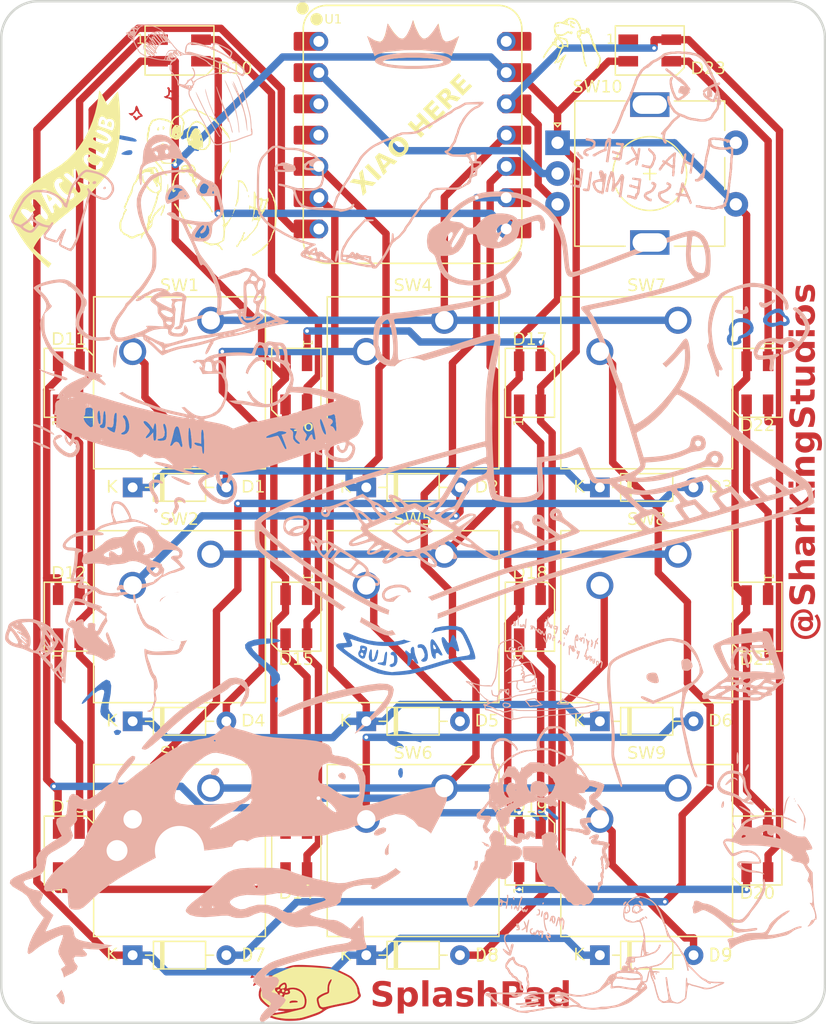
<source format=kicad_pcb>
(kicad_pcb (version 20240108) (generator "pcbnew") (generator_version "8.0")
  (title_block (title "SplashPad") (date "2025-02-07") (rev "1") (company "Logan Peterson"))
  (layers (0 "F.Cu" signal) (31 "B.Cu" signal) (34 "B.Paste" user) (35 "F.Paste" user) (36 "B.SilkS" user "B.Silkscreen") (37 "F.SilkS" user "F.Silkscreen") (38 "B.Mask" user) (39 "F.Mask" user) (44 "Edge.Cuts" user))
  (net 0 "")
  (net 1 "Net-(D1-A)")
  (net 2 "unconnected-(U1-VBUS-Pad14)")
  (net 3 "LED Data")
  (net 4 "+3.3V")
  (net 5 "GND")
  (net 6 "Net-(D10-DOUT)")
  (net 7 "Net-(D11-DOUT)")
  (net 8 "Row 0")
  (net 9 "Row 1")
  (net 10 "Row 2")
  (net 11 "Column 0")
  (net 12 "Column 1")
  (net 13 "Column 2")
  (net 14 "Pot Analog 1")
  (net 15 "Pot Button 1")
  (net 16 "Pot Analog 2")
  (net 17 "Pot Button 2")
  (net 18 "Net-(D2-A)")
  (net 19 "Net-(D3-A)")
  (net 20 "Net-(D4-A)")
  (net 21 "Net-(D5-A)")
  (net 22 "Net-(D6-A)")
  (net 23 "Net-(D7-A)")
  (net 24 "Net-(D8-A)")
  (net 25 "Net-(D9-A)")
  (net 26 "Net-(D12-DOUT)")
  (net 27 "Net-(D13-DOUT)")
  (net 28 "Net-(D14-DOUT)")
  (net 29 "Net-(D15-DOUT)")
  (net 30 "Net-(D16-DOUT)")
  (net 31 "Net-(D17-DOUT)")
  (net 32 "Net-(D18-DOUT)")
  (net 33 "Net-(D19-DOUT)")
  (net 34 "Net-(D20-DOUT)")
  (net 35 "Net-(D21-DOUT)")
  (net 36 "Net-(D22-DOUT)")
  (net 38 "unconnected-(U1-GPIO29{slash}ADC3{slash}A3-Pad4)")
  (footprint "LED_SMD:LED_SK6812MINI_PLCC4_3.5x3.5mm_P1.75mm" (layer "F.Cu") (at 138.5 135.5 90)
    (property "Reference" "D13")
    (property "Value" "SK6812MINI" (hide yes))
  )
  (footprint "LED_SMD:LED_SK6812MINI_PLCC4_3.5x3.5mm_P1.75mm" (layer "F.Cu") (at 176 116.5 90)
    (property "Reference" "D18")
    (property "Value" "SK6812MINI" (hide yes))
  )
  (footprint "Diode_THT:D_DO-35_SOD27_P7.62mm_Horizontal" (layer "F.Cu") (at 181.69 144)
    (property "Reference" "D9")
    (property "Value" "D" (hide yes))
  )
  (footprint "LED_SMD:LED_SK6812MINI_PLCC4_3.5x3.5mm_P1.75mm" (layer "F.Cu") (at 157 135.5 -90)
    (property "Reference" "D14")
    (property "Value" "SK6812MINI" (hide yes))
  )
  (footprint "Diode_THT:D_DO-35_SOD27_P7.62mm_Horizontal" (layer "F.Cu") (at 181.69 106)
    (property "Reference" "D3")
    (property "Value" "D" (hide yes))
  )
  (footprint "LOGO" (layer "F.Cu") (at 158 146.5)
    (property "Reference" "G***" (hide yes))
    (property "Value" "LOGO" (hide yes))
  )
  (footprint "LOGO" (layer "F.Cu") (at 166.5 70)
    (property "Reference" "G***" (hide yes))
    (property "Value" "LOGO" (hide yes))
  )
  (footprint "LED_SMD:LED_SK6812MINI_PLCC4_3.5x3.5mm_P1.75mm" (layer "F.Cu") (at 157 97.5 -90)
    (property "Reference" "D16")
    (property "Value" "SK6812MINI" (hide yes))
  )
  (footprint "LOGO" (layer "F.Cu") (at 139 80.5 55)
    (property "Reference" "G***" (hide yes))
    (property "Value" "LOGO" (hide yes))
  )
  (footprint "Button_Switch_Keyboard:SW_Cherry_MX_1.00u_PCB" (layer "F.Cu") (at 169.04 111.42)
    (property "Reference" "SW5")
    (property "Value" "SW_Push_45deg" (hide yes))
  )
  (footprint "Button_Switch_Keyboard:SW_Cherry_MX_1.00u_PCB" (layer "F.Cu") (at 188.04 111.42)
    (property "Reference" "SW8")
    (property "Value" "SW_Push_45deg" (hide yes))
  )
  (footprint "MountingHole:MountingHole_3.2mm_M3" (layer "F.Cu") (at 136.5 146)
    (property "Reference" "HOLE2" (hide yes))
    (property "Value" "3.2mm_M3")
  )
  (footprint "LED_SMD:LED_SK6812MINI_PLCC4_3.5x3.5mm_P1.75mm" (layer "F.Cu") (at 176 135.5 90)
    (property "Reference" "D19")
    (property "Value" "SK6812MINI" (hide yes))
  )
  (footprint "Diode_THT:D_DO-35_SOD27_P7.62mm_Horizontal" (layer "F.Cu") (at 181.69 125)
    (property "Reference" "D6")
    (property "Value" "D" (hide yes))
  )
  (footprint "Button_Switch_Keyboard:SW_Cherry_MX_1.00u_PCB" (layer "F.Cu") (at 169.04 130.42)
    (property "Reference" "SW6")
    (property "Value" "SW_Push_45deg" (hide yes))
  )
  (footprint "MountingHole:MountingHole_3.2mm_M3" (layer "F.Cu") (at 196.5 146)
    (property "Reference" "HOLE4" (hide yes))
    (property "Value" "3.2mm_M3")
  )
  (footprint "Button_Switch_Keyboard:SW_Cherry_MX_1.00u_PCB" (layer "F.Cu") (at 188.04 130.42)
    (property "Reference" "SW9")
    (property "Value" "SW_Push_45deg" (hide yes))
  )
  (footprint "Diode_THT:D_DO-35_SOD27_P7.62mm_Horizontal" (layer "F.Cu") (at 143.69 125)
    (property "Reference" "D4")
    (property "Value" "D" (hide yes))
  )
  (footprint "Rotary_Encoder:RotaryEncoder_Alps_EC11E-Switch_Vertical_H20mm" (layer "F.Cu") (at 178.25 78)
    (property "Reference" "SW10")
    (property "Value" "RotaryEncoder_Switch")
  )
  (footprint "LOGO" (layer "F.Cu") (at 179.5 70)
    (property "Reference" "G***" (hide yes))
    (property "Value" "LOGO" (hide yes))
  )
  (footprint "Diode_THT:D_DO-35_SOD27_P7.62mm_Horizontal" (layer "F.Cu") (at 143.69 144)
    (property "Reference" "D7")
    (property "Value" "D" (hide yes))
  )
  (footprint "LED_SMD:LED_SK6812MINI_PLCC4_3.5x3.5mm_P1.75mm" (layer "F.Cu") (at 176 97.5 90)
    (property "Reference" "D17")
    (property "Value" "SK6812MINI" (hide yes))
  )
  (footprint "Button_Switch_Keyboard:SW_Cherry_MX_1.00u_PCB" (layer "F.Cu") (at 150.04 111.42)
    (property "Reference" "SW2")
    (property "Value" "SW_Push_45deg" (hide yes))
  )
  (footprint "Diode_THT:D_DO-35_SOD27_P7.62mm_Horizontal" (layer "F.Cu") (at 162.69 106)
    (property "Reference" "D2")
    (property "Value" "D" (hide yes))
  )
  (footprint "Diode_THT:D_DO-35_SOD27_P7.62mm_Horizontal" (layer "F.Cu") (at 162.69 144)
    (property "Reference" "D8")
    (property "Value" "D" (hide yes))
  )
  (footprint "Button_Switch_Keyboard:SW_Cherry_MX_1.00u_PCB" (layer "F.Cu") (at 169.04 92.42)
    (property "Reference" "SW4")
    (property "Value" "SW_Push_45deg" (hide yes))
  )
  (footprint "Button_Switch_Keyboard:SW_Cherry_MX_1.00u_PCB" (layer "F.Cu") (at 150.04 130.42)
    (property "Reference" "SW3")
    (property "Value" "SW_Push_45deg" (hide yes))
  )
  (footprint "LOGO" (layer "F.Cu") (at 149.5 80)
    (property "Reference" "G***" (hide yes))
    (property "Value" "LOGO" (hide yes))
  )
  (footprint "LED_SMD:LED_SK6812MINI_PLCC4_3.5x3.5mm_P1.75mm" (layer "F.Cu") (at 185.75 70.5)
    (property "Reference" "D23")
    (property "Value" "SK6812MINI")
  )
  (footprint "LED_SMD:LED_SK6812MINI_PLCC4_3.5x3.5mm_P1.75mm" (layer "F.Cu") (at 194.5 97.5 -90)
    (property "Reference" "D22")
    (property "Value" "SK6812MINI" (hide yes))
  )
  (footprint "Button_Switch_Keyboard:SW_Cherry_MX_1.00u_PCB" (layer "F.Cu") (at 150.04 92.42)
    (property "Reference" "SW1")
    (property "Value" "SW_Push_45deg" (hide yes))
  )
  (footprint "LED_SMD:LED_SK6812MINI_PLCC4_3.5x3.5mm_P1.75mm" (layer "F.Cu") (at 138.5 116.5 90)
    (property "Reference" "D12")
    (property "Value" "SK6812MINI" (hide yes))
  )
  (footprint "Diode_THT:D_DO-35_SOD27_P7.62mm_Horizontal" (layer "F.Cu") (at 143.69 106)
    (property "Reference" "D1")
    (property "Value" "D" (hide yes))
  )
  (footprint "Seeed Studio XIAO Series Library:XIAO-RP2040-DIP" (layer "F.Cu") (at 166.455 77.38)
    (property "Reference" "U1")
    (property "Value" "XIAO-RP2040-DIP")
  )
  (footprint "LED_SMD:LED_SK6812MINI_PLCC4_3.5x3.5mm_P1.75mm" (layer "F.Cu") (at 194.5 116.5 -90)
    (property "Reference" "D21")
    (property "Value" "SK6812MINI" (hide yes))
  )
  (footprint "LED_SMD:LED_SK6812MINI_PLCC4_3.5x3.5mm_P1.75mm" (layer "F.Cu") (at 147.5 70.5)
    (property "Reference" "D10")
    (property "Value" "SK6812MINI")
  )
  (footprint "MountingHole:MountingHole_3.2mm_M3" (layer "F.Cu") (at 136.5 70)
    (property "Reference" "HOLE1" (hide yes))
    (property "Value" "3.2mm_M3")
  )
  (footprint "Button_Switch_Keyboard:SW_Cherry_MX_1.00u_PCB" (layer "F.Cu") (at 188.04 92.42)
    (property "Reference" "SW7")
    (property "Value" "SW_Push_45deg" (hide yes))
  )
  (footprint "LED_SMD:LED_SK6812MINI_PLCC4_3.5x3.5mm_P1.75mm" (layer "F.Cu") (at 194.5 135.5 -90)
    (property "Reference" "D20")
    (property "Value" "SK6812MINI" (hide yes))
  )
  (footprint "LED_SMD:LED_SK6812MINI_PLCC4_3.5x3.5mm_P1.75mm" (layer "F.Cu") (at 157 116.5 -90)
    (property "Reference" "D15")
    (property "Value" "SK6812MINI" (hide yes))
  )
  (footprint "Diode_THT:D_DO-35_SOD27_P7.62mm_Horizontal" (layer "F.Cu") (at 162.69 125)
    (property "Reference" "D5")
    (property "Value" "D" (hide yes))
  )
  (footprint "MountingHole:MountingHole_3.2mm_M3" (layer "F.Cu") (at 196.5 70)
    (property "Reference" "HOLE3" (hide yes))
    (property "Value" "3.2mm_M3")
  )
  (footprint "LED_SMD:LED_SK6812MINI_PLCC4_3.5x3.5mm_P1.75mm" (layer "F.Cu") (at 138.5 97.5 90)
    (property "Reference" "D11")
    (property "Value" "SK6812MINI" (hide yes))
  )
  (footprint "LOGO" (layer "B.Cu") (at 176.5 120.5 180)
    (property "Reference" "G***" (hide yes))
    (property "Value" "LOGO" (hide yes))
  )
  (footprint "LOGO" (layer "B.Cu") (at 151 133.5 180)
    (property "Reference" "G***" (hide yes))
    (property "Value" "LOGO" (hide yes))
  )
  (footprint "LOGO" (layer "B.Cu") (at 162.5 81.5 180)
    (property "Reference" "G***" (hide yes))
    (property "Value" "LOGO" (hide yes))
  )
  (footprint "LOGO" (layer "B.Cu") (at 141 115 -90)
    (property "Reference" "G***" (hide yes))
    (property "Value" "LOGO" (hide yes))
  )
  (footprint "LOGO" (layer "B.Cu") (at 186 77 180)
    (property "Reference" "G***" (hide yes))
    (property "Value" "LOGO" (hide yes))
  )
  (footprint "LOGO" (layer "B.Cu") (at 194.5 135.5 180)
    (property "Reference" "G***" (hide yes))
    (property "Value" "LOGO" (hide yes))
  )
  (footprint "LOGO" (layer "B.Cu") (at 182 143.5 180)
    (property "Reference" "G***" (hide yes))
    (property "Value" "LOGO" (hide yes))
  )
  (footprint "LOGO" (layer "B.Cu") (at 176.5 101.5 180)
    (property "Reference" "G***" (hide yes))
    (property "Value" "LOGO" (hide yes))
  )
  (footprint "LOGO" (layer "B.Cu") (at 166.5 70 180)
    (property "Reference" "G***" (hide yes))
    (property "Value" "LOGO" (hide yes))
  )
  (footprint "LOGO" (layer "B.Cu") (at 138.450123 82.890716 150)
    (property "Reference" "G***" (hide yes))
    (property "Value" "LOGO" (hide yes))
  )
  (footprint "LOGO" (layer "B.Cu") (at 148.5 73 180)
    (property "Reference" "G***" (hide yes))
    (property "Value" "LOGO" (hide yes))
  )
  (footprint "LOGO" (layer "B.Cu") (at 177 132.5 180)
    (property "Reference" "G***" (hide yes))
    (property "Value" "LOGO" (hide yes))
  )
  (footprint "LOGO" (layer "B.Cu") (at 186.858665 126.147307 -160)
    (property "Reference" "G***" (hide yes))
    (property "Value" "LOGO" (hide yes))
  )
  (footprint "SKS:OrpheusHackClubIcon" (layer "B.Cu") (at 149.092183 91.033089 180)
    (property "Reference" "G***" (hide yes))
    (property "Value" "OrpheusHackClubIcon" (hide yes))
  )
  (footprint "LOGO" (layer "B.Cu") (at 194.5 93 -160)
    (property "Reference" "G***" (hide yes))
    (property "Value" "LOGO" (hide yes))
  )
  (gr_line (start 197 149.5) (end 136 149.5) (stroke (width 0.2)) (layer "Edge.Cuts"))
  (gr_arc (start 136 149.5) (mid 133.87868 148.62132) (end 133 146.5) (stroke (width 0.2)) (layer "Edge.Cuts"))
  (gr_line (start 136 66.5) (end 197 66.5) (stroke (width 0.2)) (layer "Edge.Cuts"))
  (gr_line (start 200 69.5) (end 200 146.5) (stroke (width 0.2)) (layer "Edge.Cuts"))
  (gr_arc (start 200 146.5) (mid 199.12132 148.62132) (end 197 149.5) (stroke (width 0.2)) (layer "Edge.Cuts"))
  (gr_arc (start 133 69.5) (mid 133.87868 67.37868) (end 136 66.5) (stroke (width 0.2)) (layer "Edge.Cuts"))
  (gr_line (start 133 146.5) (end 133 69.5) (stroke (width 0.2)) (layer "Edge.Cuts"))
  (gr_arc (start 197 66.5) (mid 199.12132 67.37868) (end 200 69.5) (stroke (width 0.2)) (layer "Edge.Cuts"))
  (gr_text "@SharKingStudios" (at 199.5 118.5 90) (layer "F.Cu") (effects (font (size 2 2) (thickness 0.3) (bold yes) (italic yes)) (justify left bottom)))
  (gr_text "SplashPad" (at 163 148.5 0) (layer "F.Cu") (effects (font (size 2 2) (thickness 0.3) (bold yes) (italic yes)) (justify left bottom)))
  (gr_text "XIAO HERE" (at 166.455 77.38 45) (layer "F.SilkS") (effects (font (size 1.5 1.5) (thickness 0.3) (bold yes))))
  (segment (start 144.6902 95.9602) (end 144.6902 98.6628) (width 0.6) (layer "F.Cu") (net 1))
  (segment (start 151.31 106) (end 151.31 104.6) (width 0.6) (layer "F.Cu") (net 1))
  (segment (start 144.6902 98.6628) (end 150.6274 104.6) (width 0.6) (layer "F.Cu") (net 1))
  (segment (start 150.6274 104.6) (end 151.31 104.6) (width 0.6) (layer "F.Cu") (net 1))
  (segment (start 143.69 94.96) (end 144.6902 95.9602) (width 0.6) (layer "F.Cu") (net 1))
  (segment (start 174.91 69.76) (end 174.075 69.76) (width 0.6) (layer "F.Cu") (net 2))
  (segment (start 149.25 71.375) (end 150.65 71.375) (width 0.6) (layer "F.Cu") (net 3))
  (segment (start 174.91 85) (end 174.075 85) (width 0.6) (layer "F.Cu") (net 3))
  (segment (start 150.65 71.375) (end 150.65 83.7301) (width 0.6) (layer "F.Cu") (net 3))
  (via (at 150.65 83.7301) (size 0.6) (drill 0.3) (layers "F.Cu" "B.Cu") (net 3))
  (segment (start 174.075 85) (end 172.8051 83.7301) (width 0.6) (layer "B.Cu") (net 3))
  (segment (start 172.8051 83.7301) (end 150.65 83.7301) (width 0.6) (layer "B.Cu") (net 3))
  (segment (start 158.8016 120.5766) (end 158.8016 131.2455) (width 0.6) (layer "F.Cu") (net 4))
  (segment (start 186.1 70.3063) (end 186.1 69.625) (width 0.6) (layer "F.Cu") (net 4))
  (segment (start 174.1971 98.0779) (end 175.125 97.15) (width 0.6) (layer "F.Cu") (net 4))
  (segment (start 175.125 114.75) (end 175.125 116.15) (width 0.6) (layer "F.Cu") (net 4))
  (segment (start 137.625 114.75) (end 137.625 113.35) (width 0.6) (layer "F.Cu") (net 4))
  (segment (start 175.125 95.75) (end 175.125 93.8613) (width 0.6) (layer "F.Cu") (net 4))
  (segment (start 174.9692 74.84) (end 176.6719 76.5427) (width 0.6) (layer "F.Cu") (net 4))
  (segment (start 187.5 69.625) (end 188.9 69.625) (width 0.6) (layer "F.Cu") (net 4))
  (segment (start 195.375 118.25) (end 195.375 119.65) (width 0.6) (layer "F.Cu") (net 4))
  (segment (start 157.875 99.25) (end 157.875 97.85) (width 0.6) (layer "F.Cu") (net 4))
  (segment (start 196.3017 134.9233) (end 196.3017 119.65) (width 0.6) (layer "F.Cu") (net 4))
  (segment (start 176.6719 76.5427) (end 176.6719 81.4219) (width 0.6) (layer "F.Cu") (net 4))
  (segment (start 196.3017 100.65) (end 196.3017 77.0267) (width 0.6) (layer "F.Cu") (net 4))
  (segment (start 158.8017 115.9233) (end 157.875 116.85) (width 0.6) (layer "F.Cu") (net 4))
  (segment (start 150.65 69.625) (end 154.9804 73.9554) (width 0.6) (layer "F.Cu") (net 4))
  (segment (start 195.375 99.25) (end 195.375 100.65) (width 0.6) (layer "F.Cu") (net 4))
  (segment (start 196.3017 119.65) (end 195.375 119.65) (width 0.6) (layer "F.Cu") (net 4))
  (segment (start 137.625 133.75) (end 137.625 132.6) (width 0.6) (layer "F.Cu") (net 4))
  (segment (start 175.125 133.75) (end 175.125 132.4309) (width 0.6) (layer "F.Cu") (net 4))
  (segment (start 157.875 119.65) (end 158.8016 120.5766) (width 0.6) (layer "F.Cu") (net 4))
  (segment (start 175.125 113.35) (end 174.1971 112.4221) (width 0.6) (layer "F.Cu") (net 4))
  (segment (start 136.6983 113.35) (end 136.6983 129.7008) (width 0.6) (layer "F.Cu") (net 4))
  (segment (start 158.8017 134.9233) (end 157.875 135.85) (width 0.6) (layer "F.Cu") (net 4))
  (segment (start 137.625 132.6) (end 137.625 130.6275) (width 0.6) (layer "F.Cu") (net 4))
  (segment (start 136.6983 113.35) (end 137.625 113.35) (width 0.6) (layer "F.Cu") (net 4))
  (segment (start 195.375 137.25) (end 195.375 135.85) (width 0.6) (layer "F.Cu") (net 4))
  (segment (start 178.25 90.7363) (end 178.25 83) (width 0.6) (layer "F.Cu") (net 4))
  (segment (start 195.375 135.85) (end 196.3017 134.9233) (width 0.6) (layer "F.Cu") (net 4))
  (segment (start 196.3017 119.65) (end 196.3017 100.65) (width 0.6) (layer "F.Cu") (net 4))
  (segment (start 174.1983 131.5042) (end 174.1983 117.0767) (width 0.6) (layer "F.Cu") (net 4))
  (segment (start 175.125 132.4309) (end 174.1983 131.5042) (width 0.6) (layer "F.Cu") (net 4))
  (segment (start 175.125 95.75) (end 175.125 97.15) (width 0.6) (layer "F.Cu") (net 4))
  (segment (start 174.1971 112.4221) (end 174.1971 98.0779) (width 0.6) (layer "F.Cu") (net 4))
  (segment (start 137.625 95.75) (end 137.625 97.15) (width 0.6) (layer "F.Cu") (net 4))
  (segment (start 175.125 93.8613) (end 178.25 90.7363) (width 0.6) (layer "F.Cu") (net 4))
  (segment (start 158.8017 101.5767) (end 158.8017 115.9233) (width 0.6) (layer "F.Cu") (net 4))
  (segment (start 158.8016 131.2455) (end 158.8017 131.2455) (width 0.6) (layer "F.Cu") (net 4))
  (segment (start 136.6983 129.7008) (end 137.2827 130.2852) (width 0.6) (layer "F.Cu") (net 4))
  (segment (start 157.875 99.25) (end 157.875 100.65) (width 0.6) (layer "F.Cu") (net 4))
  (segment (start 158.8017 92.532) (end 158.8017 96.9233) (width 0.6) (layer "F.Cu") (net 4))
  (segment (start 176.6719 81.4219) (end 178.25 83) (width 0.6) (layer "F.Cu") (net 4))
  (segment (start 154.9804 73.9554) (end 154.9804 88.7107) (width 0.6) (layer "F.Cu") (net 4))
  (segment (start 149.25 69.625) (end 150.65 69.625) (width 0.6) (layer "F.Cu") (net 4))
  (segment (start 174.1983 117.0767) (end 175.125 116.15) (width 0.6) (layer "F.Cu") (net 4))
  (segment (start 158.8017 96.9233) (end 157.875 97.85) (width 0.6) (layer "F.Cu") (net 4))
  (segment (start 157.875 118.25) (end 157.875 119.65) (width 0.6) (layer "F.Cu") (net 4))
  (segment (start 196.3017 100.65) (end 195.375 100.65) (width 0.6) (layer "F.Cu") (net 4))
  (segment (start 174.91 74.84) (end 174.9692 74.84) (width 0.6) (layer "F.Cu") (net 4))
  (segment (start 157.875 100.65) (end 158.8017 101.5767) (width 0.6) (layer "F.Cu") (net 4))
  (segment (start 158.8017 131.2455) (end 158.8017 134.9233) (width 0.6) (layer "F.Cu") (net 4))
  (segment (start 157.875 137.25) (end 157.875 135.85) (width 0.6) (layer "F.Cu") (net 4))
  (segment (start 136.6983 98.0767) (end 136.6983 113.35) (width 0.6) (layer "F.Cu") (net 4))
  (segment (start 137.625 130.6275) (end 137.2827 130.2852) (width 0.6) (layer "F.Cu") (net 4))
  (segment (start 187.5 69.625) (end 186.1 69.625) (width 0.6) (layer "F.Cu") (net 4))
  (segment (start 196.3017 77.0267) (end 188.9 69.625) (width 0.6) (layer "F.Cu") (net 4))
  (segment (start 137.625 97.15) (end 136.6983 98.0767) (width 0.6) (layer "F.Cu") (net 4))
  (segment (start 154.9804 88.7107) (end 158.8017 92.532) (width 0.6) (layer "F.Cu") (net 4))
  (segment (start 175.125 114.75) (end 175.125 113.35) (width 0.6) (layer "F.Cu") (net 4))
  (segment (start 174.91 74.84) (end 174.075 74.84) (width 0.6) (layer "F.Cu") (net 4))
  (segment (start 157.875 118.25) (end 157.875 116.85) (width 0.6) (layer "F.Cu") (net 4))
  (via (at 137.2827 130.2852) (size 0.6) (drill 0.3) (layers "F.Cu" "B.Cu") (net 4))
  (via (at 158.8017 131.2455) (size 0.6) (drill 0.3) (layers "F.Cu" "B.Cu") (net 4))
  (via (at 175.125 132.4309) (size 0.6) (drill 0.3) (layers "F.Cu" "B.Cu") (net 4))
  (via (at 186.1 70.3063) (size 0.6) (drill 0.3) (layers "F.Cu" "B.Cu") (net 4))
  (segment (start 147.64 130.2852) (end 149.3765 132.0217) (width 0.6) (layer "B.Cu") (net 4))
  (segment (start 167.3204 132.4309) (end 166.135 131.2455) (width 0.6) (layer "B.Cu") (net 4))
  (segment (start 166.135 131.2455) (end 158.8017 131.2455) (width 0.6) (layer "B.Cu") (net 4))
  (segment (start 178.6087 70.3063) (end 186.1 70.3063) (width 0.6) (layer "B.Cu") (net 4))
  (segment (start 174.075 74.84) (end 178.6087 70.3063) (width 0.6) (layer "B.Cu") (net 4))
  (segment (start 175.125 132.4309) (end 167.3204 132.4309) (width 0.6) (layer "B.Cu") (net 4))
  (segment (start 158.0255 132.0217) (end 158.8017 131.2455) (width 0.6) (layer "B.Cu") (net 4))
  (segment (start 149.3765 132.0217) (end 158.0255 132.0217) (width 0.6) (layer "B.Cu") (net 4))
  (segment (start 137.2827 130.2852) (end 147.64 130.2852) (width 0.6) (layer "B.Cu") (net 4))
  (segment (start 154.1802 95.2052) (end 156.125 97.15) (width 0.6) (layer "F.Cu") (net 5))
  (segment (start 193.625 83.875) (end 193.625 95.75) (width 0.6) (layer "F.Cu") (net 5))
  (segment (start 145.75 71.375) (end 147.15 71.375) (width 0.6) (layer "F.Cu") (net 5))
  (segment (start 147.15 71.375) (end 147.15 79.7697) (width 0.6) (layer "F.Cu") (net 5))
  (segment (start 139.375 135.85) (end 140.3017 134.9233) (width 0.6) (layer "F.Cu") (net 5))
  (segment (start 179.7644 94.9606) (end 176.875 97.85) (width 0.6) (layer "F.Cu") (net 5))
  (segment (start 192.75 83) (end 193.625 83.875) (width 0.6) (layer "F.Cu") (net 5))
  (segment (start 139.375 118.25) (end 139.375 116.85) (width 0.6) (layer "F.Cu") (net 5))
  (segment (start 193.625 114.8998) (end 192.6888 113.9636) (width 0.6) (layer "F.Cu") (net 5))
  (segment (start 139.375 99.25) (end 139.375 100.65) (width 0.6) (layer "F.Cu") (net 5))
  (segment (start 139.375 118.25) (end 139.375 119.65) (width 0.6) (layer "F.Cu") (net 5))
  (segment (start 192.6888 113.9636) (end 192.6888 98.0862) (width 0.6) (layer "F.Cu") (net 5))
  (segment (start 193.625 114.75) (end 193.625 114.8998) (width 0.6) (layer "F.Cu") (net 5))
  (segment (start 176.875 135.85) (end 177.8017 134.9233) (width 0.6) (layer "F.Cu") (net 5))
  (segment (start 156.125 133.75) (end 156.125 132.35) (width 0.6) (layer "F.Cu") (net 5))
  (segment (start 140.4 96.825) (end 139.375 97.85) (width 0.6) (layer "F.Cu") (net 5))
  (segment (start 139.375 137.25) (end 139.375 135.85) (width 0.6) (layer "F.Cu") (net 5))
  (segment (start 140.3017 134.9233) (end 140.3017 120.5767) (width 0.6) (layer "F.Cu") (net 5))
  (segment (start 140.3017 120.5767) (end 139.375 119.65) (width 0.6) (layer "F.Cu") (net 5))
  (segment (start 193.625 115.025) (end 193.625 114.8998) (width 0.6) (layer "F.Cu") (net 5))
  (segment (start 177.8017 134.9233) (end 177.8017 120.5767) (width 0.6) (layer "F.Cu") (net 5))
  (segment (start 156.125 113.35) (end 155.173 112.398) (width 0.6) (layer "F.Cu") (net 5))
  (segment (start 176.875 118.25) (end 176.875 119.65) (width 0.6) (layer "F.Cu") (net 5))
  (segment (start 192.6888 117.0862) (end 192.6888 131.4138) (width 0.6) (layer "F.Cu") (net 5))
  (segment (start 156.125 114.75) (end 156.125 116.15) (width 0.6) (layer "F.Cu") (net 5))
  (segment (start 156.125 132.35) (end 155.1717 131.3967) (width 0.6) (layer "F.Cu") (net 5))
  (segment (start 176.875 118.25) (end 176.875 116.85) (width 0.6) (layer "F.Cu") (net 5))
  (segment (start 140.3112 115.9138) (end 140.3112 101.5862) (width 0.6) (layer "F.Cu") (net 5))
  (segment (start 178.25 78) (end 178.25 75.5295) (width 0.6) (layer "F.Cu") (net 5))
  (segment (start 193.625 95.75) (end 193.625 97.15) (width 0.6) (layer "F.Cu") (net 5))
  (segment (start 156.125 114.75) (end 156.125 113.35) (width 0.6) (layer "F.Cu") (net 5))
  (segment (start 154.1802 92.9036) (end 154.1802 95.2052) (width 0.6) (layer "F.Cu") (net 5))
  (segment (start 177.81 115.915) (end 177.81 101.585) (width 0.6) (layer "F.Cu") (net 5))
  (segment (start 140.4 75.325) (end 140.4 96.825) (width 0.6) (layer "F.Cu") (net 5))
  (segment (start 192.6888 98.0862) (end 193.625 97.15) (width 0.6) (layer "F.Cu") (net 5))
  (segment (start 147.15 79.7697) (end 147.15 85.8734) (width 0.6) (layer "F.Cu") (net 5))
  (segment (start 174.91 72.3) (end 174.075 72.3) (width 0.6) (layer "F.Cu") (net 5))
  (segment (start 177.81 101.585) (end 176.875 100.65) (width 0.6) (layer "F.Cu") (net 5))
  (segment (start 155.173 112.398) (end 155.173 98.102) (width 0.6) (layer "F.Cu") (net 5))
  (segment (start 179.7644 79.5144) (end 179.7644 94.9606) (width 0.6) (layer "F.Cu") (net 5))
  (segment (start 176.875 98.55) (end 176.875 97.85) (width 0.6) (layer "F.Cu") (net 5))
  (segment (start 140.3112 101.5862) (end 139.375 100.65) (width 0.6) (layer "F.Cu") (net 5))
  (segment (start 193.625 133.75) (end 193.625 132.35) (width 0.6) (layer "F.Cu") (net 5))
  (segment (start 176.875 116.85) (end 177.81 115.915) (width 0.6) (layer "F.Cu") (net 5))
  (segment (start 175.0205 72.3) (end 174.91 72.3) (width 0.6) (layer "F.Cu") (net 5))
  (segment (start 178.25 78) (end 179.7644 79.5144) (width 0.6) (layer "F.Cu") (net 5))
  (segment (start 176.875 98.55) (end 176.875 99.25) (width 0.6) (layer "F.Cu") (net 5))
  (segment (start 147.15 85.8734) (end 154.1802 92.9036) (width 0.6) (layer "F.Cu") (net 5))
  (segment (start 139.375 99.25) (end 139.375 97.85) (width 0.6) (layer "F.Cu") (net 5))
  (segment (start 182.4045 71.375) (end 178.25 75.5295) (width 0.6) (layer "F.Cu") (net 5))
  (segment (start 184 71.375) (end 182.4045 71.375) (width 0.6) (layer "F.Cu") (net 5))
  (segment (start 156.125 95.75) (end 156.125 97.15) (width 0.6) (layer "F.Cu") (net 5))
  (segment (start 139.375 116.85) (end 140.3112 115.9138) (width 0.6) (layer "F.Cu") (net 5))
  (segment (start 155.1717 117.1033) (end 156.125 116.15) (width 0.6) (layer "F.Cu") (net 5))
  (segment (start 178.25 75.5295) (end 175.0205 72.3) (width 0.6) (layer "F.Cu") (net 5))
  (segment (start 177.8017 120.5767) (end 176.875 119.65) (width 0.6) (layer "F.Cu") (net 5))
  (segment (start 176.875 137.25) (end 176.875 135.85) (width 0.6) (layer "F.Cu") (net 5))
  (segment (start 145.75 71.375) (end 144.35 71.375) (width 0.6) (layer "F.Cu") (net 5))
  (segment (start 176.875 99.25) (end 176.875 100.65) (width 0.6) (layer "F.Cu") (net 5))
  (segment (start 193.625 115.025) (end 193.625 116.15) (width 0.6) (layer "F.Cu") (net 5))
  (segment (start 193.625 116.15) (end 192.6888 117.0862) (width 0.6) (layer "F.Cu") (net 5))
  (segment (start 155.173 98.102) (end 156.125 97.15) (width 0.6) (layer "F.Cu") (net 5))
  (segment (start 144.35 71.375) (end 140.4 75.325) (width 0.6) (layer "F.Cu") (net 5))
  (segment (start 155.1717 131.3967) (end 155.1717 117.1033) (width 0.6) (layer "F.Cu") (net 5))
  (segment (start 192.6888 131.4138) (end 193.625 132.35) (width 0.6) (layer "F.Cu") (net 5))
  (via (at 147.15 79.7697) (size 0.6) (drill 0.3) (layers "F.Cu" "B.Cu") (net 5))
  (segment (start 187.75 78) (end 192.75 83) (width 0.6) (layer "B.Cu") (net 5))
  (segment (start 172.805 71.03) (end 155.8897 71.03) (width 0.6) (layer "B.Cu") (net 5))
  (segment (start 155.8897 71.03) (end 147.15 79.7697) (width 0.6) (layer "B.Cu") (net 5))
  (segment (start 178.25 78) (end 187.75 78) (width 0.6) (layer "B.Cu") (net 5))
  (segment (start 174.075 72.3) (end 172.805 71.03) (width 0.6) (layer "B.Cu") (net 5))
  (segment (start 144.35 69.625) (end 139.375 74.6) (width 0.6) (layer "F.Cu") (net 6))
  (segment (start 145.75 69.625) (end 144.35 69.625) (width 0.6) (layer "F.Cu") (net 6))
  (segment (start 139.375 74.6) (end 139.375 94.35) (width 0.6) (layer "F.Cu") (net 6))
  (segment (start 139.375 95.75) (end 139.375 94.35) (width 0.6) (layer "F.Cu") (net 6))
  (segment (start 137.625 100.65) (end 139.375 102.4) (width 0.6) (layer "F.Cu") (net 7))
  (segment (start 137.625 99.25) (end 137.625 100.65) (width 0.6) (layer "F.Cu") (net 7))
  (segment (start 139.375 102.4) (end 139.375 114.75) (width 0.6) (layer "F.Cu") (net 7))
  (segment (start 163.7241 96.2878) (end 163.7241 103.5659) (width 0.6) (layer "F.Cu") (net 8))
  (segment (start 158 79.92) (end 158.835 79.92) (width 0.6) (layer "F.Cu") (net 8))
  (segment (start 158.835 79.92) (end 164.2996 85.3846) (width 0.6) (layer "F.Cu") (net 8))
  (segment (start 163.7241 103.5659) (end 162.69 104.6) (width 0.6) (layer "F.Cu") (net 8))
  (segment (start 164.2996 95.7123) (end 163.7241 96.2878) (width 0.6) (layer "F.Cu") (net 8))
  (segment (start 164.2996 85.3846) (end 164.2996 95.7123) (width 0.6) (layer "F.Cu") (net 8))
  (segment (start 162.69 106) (end 162.69 104.6) (width 0.6) (layer "F.Cu") (net 8))
  (segment (start 161.29 104.6588) (end 178.9488 104.6588) (width 0.6) (layer "B.Cu") (net 8))
  (segment (start 143.69 106) (end 145.09 106) (width 0.6) (layer "B.Cu") (net 8))
  (segment (start 181.69 106) (end 180.29 106) (width 0.6) (layer "B.Cu") (net 8))
  (segment (start 146.4312 104.6588) (end 161.29 104.6588) (width 0.6) (layer "B.Cu") (net 8))
  (segment (start 145.09 106) (end 146.4312 104.6588) (width 0.6) (layer "B.Cu") (net 8))
  (segment (start 178.9488 104.6588) (end 180.29 106) (width 0.6) (layer "B.Cu") (net 8))
  (segment (start 161.29 104.6588) (end 161.29 106) (width 0.6) (layer "B.Cu") (net 8))
  (segment (start 162.69 106) (end 161.29 106) (width 0.6) (layer "B.Cu") (net 8))
  (segment (start 158.835 82.46) (end 160.1326 83.7576) (width 0.6) (layer "F.Cu") (net 9))
  (segment (start 160.1326 94.7561) (end 159.7452 95.1435) (width 0.6) (layer "F.Cu") (net 9))
  (segment (start 159.7452 95.1435) (end 159.7452 120.6552) (width 0.6) (layer "F.Cu") (net 9))
  (segment (start 160.1326 83.7576) (end 160.1326 94.7561) (width 0.6) (layer "F.Cu") (net 9))
  (segment (start 159.7452 120.6552) (end 162.69 123.6) (width 0.6) (layer "F.Cu") (net 9))
  (segment (start 162.69 125) (end 162.69 123.6) (width 0.6) (layer "F.Cu") (net 9))
  (segment (start 158 82.46) (end 158.835 82.46) (width 0.6) (layer "F.Cu") (net 9))
  (segment (start 146.4196 126.3296) (end 159.9604 126.3296) (width 0.6) (layer "B.Cu") (net 9))
  (segment (start 145.09 125) (end 146.4196 126.3296) (width 0.6) (layer "B.Cu") (net 9))
  (segment (start 143.69 125) (end 145.09 125) (width 0.6) (layer "B.Cu") (net 9))
  (segment (start 159.9604 126.3296) (end 161.29 125) (width 0.6) (layer "B.Cu") (net 9))
  (segment (start 164.09 125) (end 165.4526 123.6374) (width 0.6) (layer "B.Cu") (net 9))
  (segment (start 162.69 125) (end 164.09 125) (width 0.6) (layer "B.Cu") (net 9))
  (segment (start 178.9274 123.6374) (end 180.29 125) (width 0.6) (layer "B.Cu") (net 9))
  (segment (start 162.69 125) (end 161.29 125) (width 0.6) (layer "B.Cu") (net 9))
  (segment (start 165.4526 123.6374) (end 178.9274 123.6374) (width 0.6) (layer "B.Cu") (net 9))
  (segment (start 181.69 125) (end 180.29 125) (width 0.6) (layer "B.Cu") (net 9))
  (segment (start 158 85) (end 156.784 85) (width 0.6) (layer "F.Cu") (net 10))
  (segment (start 155.7804 73.624029) (end 150.856371 68.7) (width 0.6) (layer "F.Cu") (net 10))
  (segment (start 156.784 85) (end 155.7804 83.9964) (width 0.6) (layer "F.Cu") (net 10))
  (segment (start 141.843629 144) (end 143.69 144) (width 0.6) (layer "F.Cu") (net 10))
  (segment (start 155.7804 83.9964) (end 155.7804 73.624029) (width 0.6) (layer "F.Cu") (net 10))
  (segment (start 158.835 85) (end 158 85) (width 0.6) (layer "F.Cu") (net 10))
  (segment (start 135.8983 76.945329) (end 135.8983 138.054671) (width 0.6) (layer "F.Cu") (net 10))
  (segment (start 150.856371 68.7) (end 144.143629 68.7) (width 0.6) (layer "F.Cu") (net 10))
  (segment (start 144.143629 68.7) (end 135.8983 76.945329) (width 0.6) (layer "F.Cu") (net 10))
  (segment (start 135.8983 138.054671) (end 141.843629 144) (width 0.6) (layer "F.Cu") (net 10))
  (segment (start 181.69 144) (end 180.29 144) (width 0.6) (layer "B.Cu") (net 10))
  (segment (start 162.69 144) (end 164.09 144) (width 0.6) (layer "B.Cu") (net 10))
  (segment (start 164.09 144) (end 165.456 142.634) (width 0.6) (layer "B.Cu") (net 10))
  (segment (start 143.69 144) (end 145.09 144) (width 0.6) (layer "B.Cu") (net 10))
  (segment (start 161.29 144) (end 159.9393 145.3507) (width 0.6) (layer "B.Cu") (net 10))
  (segment (start 159.9393 145.3507) (end 146.4407 145.3507) (width 0.6) (layer "B.Cu") (net 10))
  (segment (start 165.456 142.634) (end 178.924 142.634) (width 0.6) (layer "B.Cu") (net 10))
  (segment (start 178.924 142.634) (end 180.29 144) (width 0.6) (layer "B.Cu") (net 10))
  (segment (start 161.99 144) (end 161.29 144) (width 0.6) (layer "B.Cu") (net 10))
  (segment (start 161.99 144) (end 162.69 144) (width 0.6) (layer "B.Cu") (net 10))
  (segment (start 146.4407 145.3507) (end 145.09 144) (width 0.6) (layer "B.Cu") (net 10))
  (segment (start 169.04 82.415) (end 169.04 92.42) (width 0.6) (layer "F.Cu") (net 11))
  (segment (start 174.075 77.38) (end 169.04 82.415) (width 0.6) (layer "F.Cu") (net 11))
  (segment (start 174.91 77.38) (end 174.075 77.38) (width 0.6) (layer "F.Cu") (net 11))
  (segment (start 188.04 92.42) (end 169.04 92.42) (width 0.6) (layer "B.Cu") (net 11))
  (segment (start 169.04 92.42) (end 150.04 92.42) (width 0.6) (layer "B.Cu") (net 11))
  (segment (start 174.075 79.92) (end 172.7674 81.2276) (width 0.6) (layer "F.Cu") (net 12))
  (segment (start 174.91 79.92) (end 174.075 79.92) (width 0.6) (layer "F.Cu") (net 12))
  (segment (start 172.7674 96.1645) (end 173.2332 96.6303) (width 0.6) (layer "F.Cu") (net 12))
  (segment (start 173.2332 96.6303) (end 173.2332 107.2268) (width 0.6) (layer "F.Cu") (net 12))
  (segment (start 173.2332 107.2268) (end 169.04 111.42) (width 0.6) (layer "F.Cu") (net 12))
  (segment (start 172.7674 81.2276) (end 172.7674 96.1645) (width 0.6) (layer "F.Cu") (net 12))
  (segment (start 150.04 111.42) (end 169.04 111.42) (width 0.6) (layer "B.Cu") (net 12))
  (segment (start 188.04 111.42) (end 169.04 111.42) (width 0.6) (layer "B.Cu") (net 12))
  (segment (start 169.7005 114.6019) (end 167.4041 112.3055) (width 0.6) (layer "F.Cu") (net 13))
  (segment (start 169.7005 119.8192) (end 169.7005 114.6019) (width 0.6) (layer "F.Cu") (net 13))
  (segment (start 171.6149 127.8451) (end 171.6149 121.7336) (width 0.6) (layer "F.Cu") (net 13))
  (segment (start 169.7005 95.8998) (end 171.6754 93.9249) (width 0.6) (layer "F.Cu") (net 13))
  (segment (start 169.04 130.42) (end 171.6149 127.8451) (width 0.6) (layer "F.Cu") (net 13))
  (segment (start 167.4041 106.5459) (end 169.7005 104.2495) (width 0.6) (layer "F.Cu") (net 13))
  (segment (start 174.075 82.46) (end 174.91 82.46) (width 0.6) (layer "F.Cu") (net 13))
  (segment (start 171.6149 121.7336) (end 169.7005 119.8192) (width 0.6) (layer "F.Cu") (net 13))
  (segment (start 167.4041 112.3055) (end 167.4041 106.5459) (width 0.6) (layer "F.Cu") (net 13))
  (segment (start 169.7005 104.2495) (end 169.7005 95.8998) (width 0.6) (layer "F.Cu") (net 13))
  (segment (start 171.6754 93.9249) (end 171.6754 82.46) (width 0.6) (layer "F.Cu") (net 13))
  (via (at 171.6754 82.46) (size 0.6) (drill 0.3) (layers "F.Cu" "B.Cu") (net 13))
  (segment (start 188.04 130.42) (end 169.04 130.42) (width 0.6) (layer "B.Cu") (net 13))
  (segment (start 174.075 82.46) (end 171.6754 82.46) (width 0.6) (layer "B.Cu") (net 13))
  (segment (start 169.04 130.42) (end 150.04 130.42) (width 0.6) (layer "B.Cu") (net 13))
  (segment (start 158.835 69.76) (end 158 69.76) (width 0.6) (layer "F.Cu") (net 14))
  (segment (start 158.835 74.84) (end 158 74.84) (width 0.6) (layer "F.Cu") (net 15))
  (segment (start 158.835 72.3) (end 158 72.3) (width 0.6) (layer "F.Cu") (net 16))
  (segment (start 165.1787 78.6437) (end 175.1291 78.6437) (width 0.6) (layer "B.Cu") (net 16))
  (segment (start 158.835 72.3) (end 165.1787 78.6437) (width 0.6) (layer "B.Cu") (net 16))
  (segment (start 176.9854 80.5) (end 178.25 80.5) (width 0.6) (layer "B.Cu") (net 16))
  (segment (start 175.1291 78.6437) (end 176.9854 80.5) (width 0.6) (layer "B.Cu") (net 16))
  (segment (start 169.9788 108.3112) (end 170.31 107.98) (width 0.6) (layer "F.Cu") (net 18))
  (segment (start 170.31 107.98) (end 170.31 106) (width 0.6) (layer "F.Cu") (net 18))
  (via (at 169.9788 108.3112) (size 0.6) (drill 0.3) (layers "F.Cu" "B.Cu") (net 18))
  (segment (start 143.69 113.96) (end 149.3388 108.3112) (width 0.6) (layer "B.Cu") (net 18))
  (segment (start 149.3388 108.3112) (end 169.9788 108.3112) (width 0.6) (layer "B.Cu") (net 18))
  (segment (start 143.69 130.26) (end 143.69 132.96) (width 0.6) (layer "F.Cu") (net 19))
  (segment (start 152.2463 107.3017) (end 152.2463 114.2937) (width 0.6) (layer "F.Cu") (net 19))
  (segment (start 150.5083 116.0317) (end 150.5083 123.4417) (width 0.6) (layer "F.Cu") (net 19))
  (segment (start 150.5083 123.4417) (end 143.69 130.26) (width 0.6) (layer "F.Cu") (net 19))
  (segment (start 152.2463 114.2937) (end 150.5083 116.0317) (width 0.6) (layer "F.Cu") (net 19))
  (via (at 152.2463 107.3017) (size 0.6) (drill 0.3) (layers "F.Cu" "B.Cu") (net 19))
  (segment (start 187.91 106) (end 186.6083 107.3017) (width 0.6) (layer "B.Cu") (net 19))
  (segment (start 189.31 106) (end 187.91 106) (width 0.6) (layer "B.Cu") (net 19))
  (segment (start 186.6083 107.3017) (end 152.2463 107.3017) (width 0.6) (layer "B.Cu") (net 19))
  (segment (start 151.31 123.6) (end 154.2249 120.6851) (width 0.6) (layer "F.Cu") (net 20))
  (segment (start 150.9783 98.1635) (end 150.9783 94.96) (width 0.6) (layer "F.Cu") (net 20))
  (segment (start 154.2249 101.4101) (end 150.9783 98.1635) (width 0.6) (layer "F.Cu") (net 20))
  (segment (start 151.31 125) (end 151.31 123.6) (width 0.6) (layer "F.Cu") (net 20))
  (segment (start 154.2249 120.6851) (end 154.2249 101.4101) (width 0.6) (layer "F.Cu") (net 20))
  (via (at 150.9783 94.96) (size 0.6) (drill 0.3) (layers "F.Cu" "B.Cu") (net 20))
  (segment (start 162.69 94.96) (end 150.9783 94.96) (width 0.6) (layer "B.Cu") (net 20))
  (segment (start 163.2996 114.5696) (end 163.2996 117.2722) (width 0.6) (layer "F.Cu") (net 21))
  (segment (start 170.31 125) (end 170.31 123.6) (width 0.6) (layer "F.Cu") (net 21))
  (segment (start 162.69 113.96) (end 163.2996 114.5696) (width 0.6) (layer "F.Cu") (net 21))
  (segment (start 163.2996 117.2722) (end 169.6274 123.6) (width 0.6) (layer "F.Cu") (net 21))
  (segment (start 169.6274 123.6) (end 170.31 123.6) (width 0.6) (layer "F.Cu") (net 21))
  (segment (start 162.69 132.96) (end 162.69 126.3017) (width 0.6) (layer "F.Cu") (net 22))
  (via (at 162.69 126.3017) (size 0.6) (drill 0.3) (layers "F.Cu" "B.Cu") (net 22))
  (segment (start 186.6083 126.3017) (end 162.69 126.3017) (width 0.6) (layer "B.Cu") (net 22))
  (segment (start 187.91 125) (end 186.6083 126.3017) (width 0.6) (layer "B.Cu") (net 22))
  (segment (start 189.31 125) (end 187.91 125) (width 0.6) (layer "B.Cu") (net 22))
  (segment (start 188.3867 132.6133) (end 188.3867 138.2502) (width 0.6) (layer "F.Cu") (net 23))
  (segment (start 182.7312 96.0012) (end 182.7312 103.9765) (width 0.6) (layer "F.Cu") (net 23))
  (segment (start 188.8102 115.3136) (end 188.8102 121.8942) (width 0.6) (layer "F.Cu") (net 23))
  (segment (start 188.8102 121.8942) (end 190.6597 123.7437) (width 0.6) (layer "F.Cu") (net 23))
  (segment (start 188.3867 138.2502) (end 186.9774 139.6595) (width 0.6) (layer "F.Cu") (net 23))
  (segment (start 186.4383 112.9417) (end 188.8102 115.3136) (width 0.6) (layer "F.Cu") (net 23))
  (segment (start 190.6597 123.7437) (end 190.6597 130.3403) (width 0.6) (layer "F.Cu") (net 23))
  (segment (start 190.6597 130.3403) (end 188.3867 132.6133) (width 0.6) (layer "F.Cu") (net 23))
  (segment (start 186.4383 107.6836) (end 186.4383 112.9417) (width 0.6) (layer "F.Cu") (net 23))
  (segment (start 181.69 94.96) (end 182.7312 96.0012) (width 0.6) (layer "F.Cu") (net 23))
  (segment (start 182.7312 103.9765) (end 186.4383 107.6836) (width 0.6) (layer "F.Cu") (net 23))
  (via (at 186.9774 139.6595) (size 0.6) (drill 0.3) (layers "F.Cu" "B.Cu") (net 23))
  (segment (start 152.71 144) (end 157.0505 139.6595) (width 0.6) (layer "B.Cu") (net 23))
  (segment (start 151.31 144) (end 152.71 144) (width 0.6) (layer "B.Cu") (net 23))
  (segment (start 157.0505 139.6595) (end 186.9774 139.6595) (width 0.6) (layer "B.Cu") (net 23))
  (segment (start 182.0455 120.3463) (end 182.0455 114.3155) (width 0.6) (layer "F.Cu") (net 24))
  (segment (start 178.6034 137.4643) (end 178.6034 123.7884) (width 0.6) (layer "F.Cu") (net 24))
  (segment (start 182.0455 114.3155) (end 181.69 113.96) (width 0.6) (layer "F.Cu") (net 24))
  (segment (start 170.31 144) (end 172.0677 144) (width 0.6) (layer "F.Cu") (net 24))
  (segment (start 172.0677 144) (end 178.6034 137.4643) (width 0.6) (layer "F.Cu") (net 24))
  (segment (start 178.6034 123.7884) (end 182.0455 120.3463) (width 0.6) (layer "F.Cu") (net 24))
  (segment (start 181.69 132.96) (end 182.6902 133.9602) (width 0.6) (layer "F.Cu") (net 25))
  (segment (start 188.6252 142.6) (end 189.31 142.6) (width 0.6) (layer "F.Cu") (net 25))
  (segment (start 182.6902 136.665) (end 188.6252 142.6) (width 0.6) (layer "F.Cu") (net 25))
  (segment (start 189.31 144) (end 189.31 142.6) (width 0.6) (layer "F.Cu") (net 25))
  (segment (start 182.6902 133.9602) (end 182.6902 136.665) (width 0.6) (layer "F.Cu") (net 25))
  (segment (start 137.625 124.9894) (end 139.375 126.7394) (width 0.6) (layer "F.Cu") (net 26))
  (segment (start 137.625 118.25) (end 137.625 124.9894) (width 0.6) (layer "F.Cu") (net 26))
  (segment (start 139.375 126.7394) (end 139.375 133.75) (width 0.6) (layer "F.Cu") (net 26))
  (segment (start 137.625 138.65) (end 156.125 138.65) (width 0.6) (layer "F.Cu") (net 27))
  (segment (start 137.625 137.25) (end 137.625 138.65) (width 0.6) (layer "F.Cu") (net 27))
  (segment (start 156.125 137.25) (end 156.125 138.65) (width 0.6) (layer "F.Cu") (net 27))
  (segment (start 157.875 121.4) (end 157.875 133.75) (width 0.6) (layer "F.Cu") (net 28))
  (segment (start 156.125 119.65) (end 157.875 121.4) (width 0.6) (layer "F.Cu") (net 28))
  (segment (start 156.125 118.25) (end 156.125 119.65) (width 0.6) (layer "F.Cu") (net 28))
  (segment (start 157.875 102.4) (end 156.125 100.65) (width 0.6) (layer "F.Cu") (net 29))
  (segment (start 156.125 99.25) (end 156.125 100.65) (width 0.6) (layer "F.Cu") (net 29))
  (segment (start 157.875 114.75) (end 157.875 102.4) (width 0.6) (layer "F.Cu") (net 29))
  (segment (start 157.875 94.35) (end 157.8731 94.3481) (width 0.6) (layer "F.Cu") (net 30))
  (segment (start 176.875 95.75) (end 176.875 94.1841) (width 0.6) (layer "F.Cu") (net 30))
  (segment (start 157.875 95.75) (end 157.875 94.35) (width 0.6) (layer "F.Cu") (net 30))
  (segment (start 157.8731 94.3481) (end 157.8731 93.2901) (width 0.6) (layer "F.Cu") (net 30))
  (via (at 176.875 94.1841) (size 0.6) (drill 0.3) (layers "F.Cu" "B.Cu") (net 30))
  (via (at 157.8731 93.2901) (size 0.6) (drill 0.3) (layers "F.Cu" "B.Cu") (net 30))
  (segment (start 167.0735 94.1841) (end 166.1795 93.2901) (width 0.6) (layer "B.Cu") (net 30))
  (segment (start 176.875 94.1841) (end 167.0735 94.1841) (width 0.6) (layer "B.Cu") (net 30))
  (segment (start 166.1795 93.2901) (end 157.8731 93.2901) (width 0.6) (layer "B.Cu") (net 30))
  (segment (start 176.875 102.4) (end 176.875 114.75) (width 0.6) (layer "F.Cu") (net 31))
  (segment (start 175.125 100.65) (end 176.875 102.4) (width 0.6) (layer "F.Cu") (net 31))
  (segment (start 175.125 99.25) (end 175.125 100.65) (width 0.6) (layer "F.Cu") (net 31))
  (segment (start 175.125 119.65) (end 176.875 121.4) (width 0.6) (layer "F.Cu") (net 32))
  (segment (start 176.875 121.4) (end 176.875 133.75) (width 0.6) (layer "F.Cu") (net 32))
  (segment (start 175.125 118.25) (end 175.125 119.65) (width 0.6) (layer "F.Cu") (net 32))
  (segment (start 193.625 137.25) (end 193.625 138.65) (width 0.6) (layer "F.Cu") (net 33))
  (segment (start 175.125 137.25) (end 175.125 138.65) (width 0.6) (layer "F.Cu") (net 33))
  (via (at 175.125 138.65) (size 0.6) (drill 0.3) (layers "F.Cu" "B.Cu") (net 33))
  (via (at 193.625 138.65) (size 0.6) (drill 0.3) (layers "F.Cu" "B.Cu") (net 33))
  (segment (start 193.625 138.65) (end 175.125 138.65) (width 0.6) (layer "B.Cu") (net 33))
  (segment (start 193.625 130.6) (end 193.625 118.25) (width 0.6) (layer "F.Cu") (net 34))
  (segment (start 195.375 132.35) (end 193.625 130.6) (width 0.6) (layer "F.Cu") (net 34))
  (segment (start 195.375 133.75) (end 195.375 132.35) (width 0.6) (layer "F.Cu") (net 34))
  (segment (start 195.375 108.0127) (end 193.625 106.2627) (width 0.6) (layer "F.Cu") (net 35))
  (segment (start 193.625 106.2627) (end 193.625 99.25) (width 0.6) (layer "F.Cu") (net 35))
  (segment (start 195.375 114.75) (end 195.375 108.0127) (width 0.6) (layer "F.Cu") (net 35))
  (segment (start 195.375 77.85) (end 195.375 95.75) (width 0.6) (layer "F.Cu") (net 36))
  (segment (start 188.9 71.375) (end 195.375 77.85) (width 0.6) (layer "F.Cu") (net 36))
  (segment (start 187.5 71.375) (end 188.9 71.375) (width 0.6) (layer "F.Cu") (net 36))
  (segment (start 158.835 77.38) (end 158 77.38) (width 0.6) (layer "F.Cu") (net 38))
)
</source>
